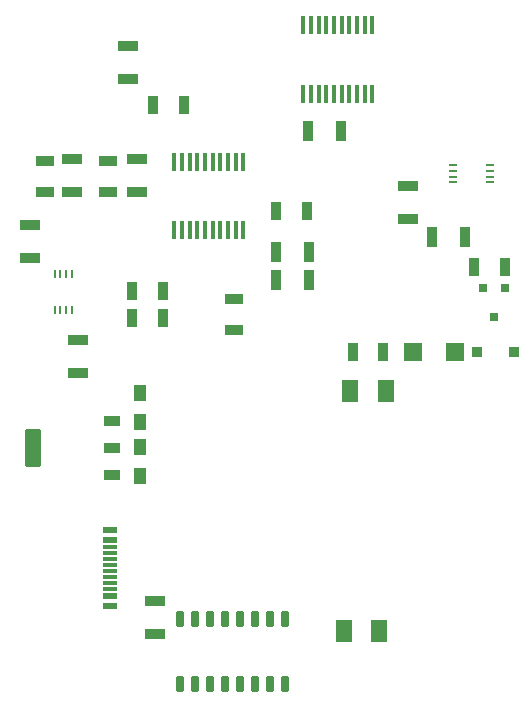
<source format=gtp>
G04*
G04 #@! TF.GenerationSoftware,Altium Limited,Altium Designer,25.8.1 (18)*
G04*
G04 Layer_Color=8421504*
%FSLAX44Y44*%
%MOMM*%
G71*
G04*
G04 #@! TF.SameCoordinates,D5034472-531D-44ED-AF62-EB3B9E0E118A*
G04*
G04*
G04 #@! TF.FilePolarity,Positive*
G04*
G01*
G75*
%ADD16R,0.7500X0.2500*%
%ADD17R,0.2500X0.7500*%
%ADD18R,0.9561X1.6098*%
%ADD19R,0.4500X1.5000*%
%ADD20R,1.1500X0.6000*%
%ADD21R,1.7000X0.9500*%
G04:AMPARAMS|DCode=22|XSize=1.31mm|YSize=0.62mm|CornerRadius=0.0775mm|HoleSize=0mm|Usage=FLASHONLY|Rotation=90.000|XOffset=0mm|YOffset=0mm|HoleType=Round|Shape=RoundedRectangle|*
%AMROUNDEDRECTD22*
21,1,1.3100,0.4650,0,0,90.0*
21,1,1.1550,0.6200,0,0,90.0*
1,1,0.1550,0.2325,0.5775*
1,1,0.1550,0.2325,-0.5775*
1,1,0.1550,-0.2325,-0.5775*
1,1,0.1550,-0.2325,0.5775*
%
%ADD22ROUNDEDRECTD22*%
G04:AMPARAMS|DCode=23|XSize=0.93mm|YSize=1.31mm|CornerRadius=0.0698mm|HoleSize=0mm|Usage=FLASHONLY|Rotation=90.000|XOffset=0mm|YOffset=0mm|HoleType=Round|Shape=RoundedRectangle|*
%AMROUNDEDRECTD23*
21,1,0.9300,1.1705,0,0,90.0*
21,1,0.7905,1.3100,0,0,90.0*
1,1,0.1395,0.5853,0.3953*
1,1,0.1395,0.5853,-0.3953*
1,1,0.1395,-0.5853,-0.3953*
1,1,0.1395,-0.5853,0.3953*
%
%ADD23ROUNDEDRECTD23*%
%ADD24R,1.1300X1.4200*%
%ADD25R,1.4557X1.8582*%
%ADD26R,0.9500X1.7000*%
%ADD27R,0.8000X0.8000*%
%ADD28R,1.5000X1.5000*%
%ADD29R,1.1500X0.3000*%
%ADD30R,1.6098X0.9561*%
G04:AMPARAMS|DCode=31|XSize=3.24mm|YSize=1.31mm|CornerRadius=0.0983mm|HoleSize=0mm|Usage=FLASHONLY|Rotation=90.000|XOffset=0mm|YOffset=0mm|HoleType=Round|Shape=RoundedRectangle|*
%AMROUNDEDRECTD31*
21,1,3.2400,1.1135,0,0,90.0*
21,1,3.0435,1.3100,0,0,90.0*
1,1,0.1965,0.5568,1.5218*
1,1,0.1965,0.5568,-1.5218*
1,1,0.1965,-0.5568,-1.5218*
1,1,0.1965,-0.5568,1.5218*
%
%ADD31ROUNDEDRECTD31*%
%ADD32R,0.9000X0.9500*%
D16*
X370580Y458350D02*
D03*
X370580Y453350D02*
D03*
X370580Y448350D02*
D03*
X370580Y443350D02*
D03*
X401580Y458350D02*
D03*
X401580Y453350D02*
D03*
X401580Y448350D02*
D03*
X401580Y443350D02*
D03*
D17*
X33141Y335019D02*
D03*
X38141Y335019D02*
D03*
X43139Y335021D02*
D03*
X48139Y335021D02*
D03*
X33141Y366019D02*
D03*
X38141Y366019D02*
D03*
X43139Y366020D02*
D03*
X48139Y366021D02*
D03*
D18*
X142551Y509210D02*
D03*
X116529D02*
D03*
X285439Y299720D02*
D03*
X124771Y328930D02*
D03*
Y351790D02*
D03*
X98749Y328930D02*
D03*
X220669Y419100D02*
D03*
X246691D02*
D03*
X98749Y351790D02*
D03*
X311461Y299720D02*
D03*
X414331Y372110D02*
D03*
X388309D02*
D03*
D19*
X250173Y576405D02*
D03*
X263173D02*
D03*
Y518405D02*
D03*
X282673D02*
D03*
X276173D02*
D03*
X256673D02*
D03*
X302173D02*
D03*
X295673D02*
D03*
X289173D02*
D03*
X269673D02*
D03*
X250173D02*
D03*
X243673D02*
D03*
X256673Y576405D02*
D03*
X269673D02*
D03*
X282673D02*
D03*
X289173D02*
D03*
X295673D02*
D03*
X302173D02*
D03*
X243673D02*
D03*
X276173D02*
D03*
X173580Y402800D02*
D03*
X160580D02*
D03*
X154080D02*
D03*
X186580D02*
D03*
X173580Y460800D02*
D03*
X147580D02*
D03*
X193080Y402800D02*
D03*
X134580D02*
D03*
X141080D02*
D03*
X147580D02*
D03*
X167080D02*
D03*
X180080D02*
D03*
X193080Y460800D02*
D03*
X186580D02*
D03*
X167080D02*
D03*
X141080D02*
D03*
X134580D02*
D03*
X180080D02*
D03*
X160580D02*
D03*
X154080D02*
D03*
D20*
X80470Y92840D02*
D03*
Y140840D02*
D03*
Y148840D02*
D03*
Y84840D02*
D03*
D21*
X118110Y89000D02*
D03*
X12700Y379700D02*
D03*
X332740Y440720D02*
D03*
X53340Y281910D02*
D03*
X118110Y61000D02*
D03*
X12700Y407700D02*
D03*
X48260Y463580D02*
D03*
X102969D02*
D03*
X332740Y412720D02*
D03*
X95276Y531238D02*
D03*
Y559238D02*
D03*
X53340Y309910D02*
D03*
X102969Y435580D02*
D03*
X48260D02*
D03*
D22*
X139665Y73794D02*
D03*
Y18794D02*
D03*
X203165D02*
D03*
X165065D02*
D03*
X152365Y73794D02*
D03*
X165065D02*
D03*
X177765D02*
D03*
X190465D02*
D03*
X203165D02*
D03*
X215865D02*
D03*
X228565D02*
D03*
Y18794D02*
D03*
X215865D02*
D03*
X190465D02*
D03*
X177765D02*
D03*
X152365D02*
D03*
D23*
X81710Y241340D02*
D03*
Y195540D02*
D03*
Y218440D02*
D03*
D24*
X105410Y240730D02*
D03*
Y195010D02*
D03*
Y264730D02*
D03*
Y219010D02*
D03*
D25*
X283438Y266523D02*
D03*
X308083Y63923D02*
D03*
X313463Y266523D02*
D03*
X278058Y63923D02*
D03*
D26*
X275670Y486790D02*
D03*
X248950Y360680D02*
D03*
Y384810D02*
D03*
X247670Y486790D02*
D03*
X381030Y397510D02*
D03*
X353030D02*
D03*
X220950Y384810D02*
D03*
Y360680D02*
D03*
D27*
X395630Y353630D02*
D03*
X405130Y329630D02*
D03*
X414630Y353630D02*
D03*
D28*
X336830Y299720D02*
D03*
X371830D02*
D03*
D29*
X80470Y99340D02*
D03*
Y104340D02*
D03*
Y109340D02*
D03*
Y114340D02*
D03*
Y119340D02*
D03*
Y124340D02*
D03*
Y129340D02*
D03*
Y134340D02*
D03*
D30*
X185420Y344481D02*
D03*
Y318459D02*
D03*
X78367Y461382D02*
D03*
X24720D02*
D03*
X78367Y435360D02*
D03*
X24720D02*
D03*
D31*
X14810Y218440D02*
D03*
D32*
X390680Y299720D02*
D03*
X422180Y299720D02*
D03*
M02*

</source>
